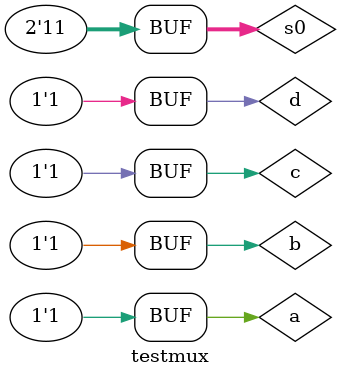
<source format=v>
module testmux;
   reg [1:0] s0;
   reg 	     a, b, c, d;

   wire      s;

   multiplexeur_1bitx4 mux1(s0, a, b, c, d, s);

   initial
     begin
	s0 = 0;
	a = 1;
	b = 1;
	c = 1;
	d = 1;
	#5;
	s0 = 1;
	a = 1;
	b = 1;
	c = 1;
	d = 1;
	#5;
	s0 = 2;
	a = 1;
	b = 1;
	c = 1;
	d = 1;
	#5;
	s0 = 3;
	a = 1;
	b = 1;
	c = 1;
	d = 1;
	#5;
     end
   initial
     begin
	$dumpfile("signal/signal_mux.vcd");
	$dumpvars;
     end
   initial
     begin
	$display("\t\ttime,\ts0, \ta,\tb, \tc, \td,\ts");
	$monitor("%d \t%d \t%b \t%b \t%b \t%b \t%b", $time, s0, a, b, c, d, s);
     end
endmodule // testmux

</source>
